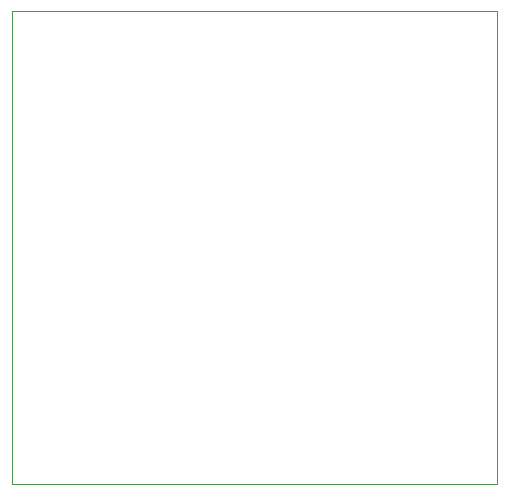
<source format=gbr>
%TF.GenerationSoftware,KiCad,Pcbnew,9.0.1*%
%TF.CreationDate,2025-11-28T17:08:09+01:00*%
%TF.ProjectId,SCD41-D-R1_demo,53434434-312d-4442-9d52-315f64656d6f,rev?*%
%TF.SameCoordinates,Original*%
%TF.FileFunction,Profile,NP*%
%FSLAX46Y46*%
G04 Gerber Fmt 4.6, Leading zero omitted, Abs format (unit mm)*
G04 Created by KiCad (PCBNEW 9.0.1) date 2025-11-28 17:08:09*
%MOMM*%
%LPD*%
G01*
G04 APERTURE LIST*
%TA.AperFunction,Profile*%
%ADD10C,0.050000*%
%TD*%
G04 APERTURE END LIST*
D10*
X158950000Y-65000000D02*
X200000000Y-65000000D01*
X200000000Y-105000000D01*
X158950000Y-105000000D01*
X158950000Y-65000000D01*
M02*

</source>
